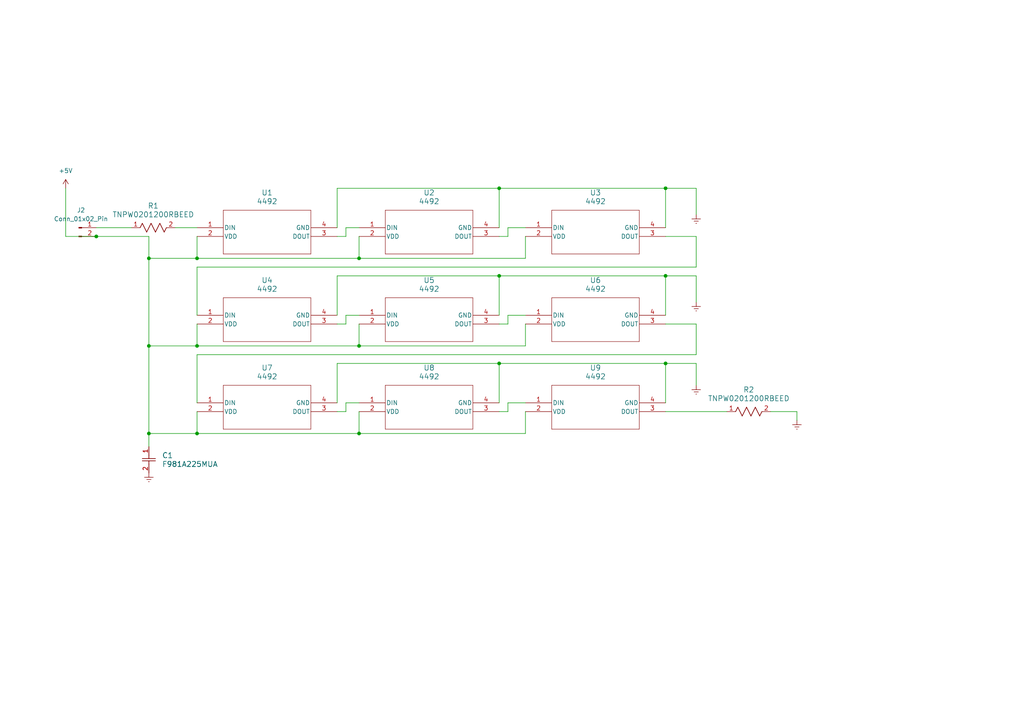
<source format=kicad_sch>
(kicad_sch (version 20230121) (generator eeschema)
  (paper "A4")
  (lib_symbols
    (symbol "4492:4492" (pin_names (offset 0.254))
      (property "Reference" "U" (at 20.32 10.16 0))
      (property "Value" "4492" (at 20.32 7.62 0))
      (symbol "4492_0_1"
        (polyline (pts (xy 7.62 -7.62) (xy 33.02 -7.62)) (stroke (width 0.127)))
        (polyline (pts (xy 7.62 5.08) (xy 7.62 -7.62)) (stroke (width 0.127)))
        (polyline (pts (xy 33.02 -7.62) (xy 33.02 5.08)) (stroke (width 0.127)))
        (polyline (pts (xy 33.02 5.08) (xy 7.62 5.08)) (stroke (width 0.127)))
        (pin unspecified line (at 0 0 0) (length 7.62) (name "DIN") (number "1"))
        (pin unspecified line (at 0 -2.54 0) (length 7.62) (name "VDD") (number "2"))
        (pin unspecified line (at 40.64 -2.54 180) (length 7.62) (name "DOUT") (number "3"))
        (pin unspecified line (at 40.64 0 180) (length 7.62) (name "GND") (number "4"))
      )
    )
    (symbol "Connector:Conn_01x02_Pin" (pin_names (offset 1.016) hide)
      (property "Reference" "J" (at 0 2.54 0))
      (property "Value" "Conn_01x02_Pin" (at 0 -5.08 0))
      (symbol "Conn_01x02_Pin_1_1"
        (polyline (pts (xy 1.27 -2.54) (xy 0.8636 -2.54)) (stroke (width 0.1524)))
        (polyline (pts (xy 1.27 0) (xy 0.8636 0)) (stroke (width 0.1524)))
        (rectangle (start 0.8636 -2.413) (end 0 -2.667) (stroke (width 0.1524)) (fill (type outline)))
        (rectangle (start 0.8636 0.127) (end 0 -0.127) (stroke (width 0.1524)) (fill (type outline)))
        (pin passive line (at 5.08 0 180) (length 3.81) (name "Pin_1") (number "1"))
        (pin passive line (at 5.08 -2.54 180) (length 3.81) (name "Pin_2") (number "2"))
      )
    )
    (symbol "F981A225MUA:F981A225MUA" (pin_names (offset 0.254))
      (property "Reference" "C" (at 3.81 3.81 0))
      (property "Value" "F981A225MUA" (at 3.81 -3.81 0))
      (symbol "F981A225MUA_0_1"
        (polyline (pts (xy 2.54 0) (xy 3.4798 0)) (stroke (width 0.2032)))
        (polyline (pts (xy 3.4798 -1.905) (xy 3.4798 1.905)) (stroke (width 0.2032)))
        (polyline (pts (xy 4.1148 -1.905) (xy 4.1148 1.905)) (stroke (width 0.2032)))
        (polyline (pts (xy 4.1148 0) (xy 5.08 0)) (stroke (width 0.2032)))
        (pin unspecified line (at 0 0 0) (length 2.54) (name "") (number "1"))
        (pin unspecified line (at 7.62 0 180) (length 2.54) (name "") (number "2"))
      )
    )
    (symbol "power:+5V" (power) (pin_names (offset 0))
      (property "Value" "+5V" (at 0 3.556 0))
      (symbol "+5V_0_1"
        (polyline (pts (xy -0.762 1.27) (xy 0 2.54)))
        (polyline (pts (xy 0 0) (xy 0 2.54)))
        (polyline (pts (xy 0 2.54) (xy 0.762 1.27)))
      )
      (symbol "+5V_1_1"
        (pin power_in line (at 0 0 90) (length 0) hide (name "+5V") (number "1"))
      )
    )
    (symbol "power:Earth" (power) (pin_names (offset 0))
      (symbol "Earth_0_1"
        (polyline (pts (xy -0.635 -1.905) (xy 0.635 -1.905)))
        (polyline (pts (xy -0.127 -2.54) (xy 0.127 -2.54)))
        (polyline (pts (xy 0 -1.27) (xy 0 0)))
        (polyline (pts (xy 1.27 -1.27) (xy -1.27 -1.27)))
      )
      (symbol "Earth_1_1"
        (pin power_in line (at 0 0 270) (length 0) hide (name "Earth") (number "1"))
      )
    )
    (symbol "ul_TNPW0201200RBEED:TNPW0201200RBEED" (pin_names (offset 0.254))
      (property "Reference" "R" (at 5.715 3.81 0))
      (property "Value" "TNPW0201200RBEED" (at 6.35 -3.81 0))
      (symbol "TNPW0201200RBEED_1_1"
        (polyline (pts (xy 2.54 0) (xy 3.175 1.27)) (stroke (width 0.2032)))
        (polyline (pts (xy 3.175 1.27) (xy 4.445 -1.27)) (stroke (width 0.2032)))
        (polyline (pts (xy 4.445 -1.27) (xy 5.715 1.27)) (stroke (width 0.2032)))
        (polyline (pts (xy 5.715 1.27) (xy 6.985 -1.27)) (stroke (width 0.2032)))
        (polyline (pts (xy 6.985 -1.27) (xy 8.255 1.27)) (stroke (width 0.2032)))
        (polyline (pts (xy 8.255 1.27) (xy 9.525 -1.27)) (stroke (width 0.2032)))
        (polyline (pts (xy 9.525 -1.27) (xy 10.16 0)) (stroke (width 0.2032)))
        (pin unspecified line (at 0 0 0) (length 2.54) (name "") (number "1"))
        (pin unspecified line (at 12.7 0 180) (length 2.54) (name "") (number "2"))
      )
      (symbol "TNPW0201200RBEED_1_2"
        (polyline (pts (xy -1.27 3.175) (xy 1.27 4.445)) (stroke (width 0.2032)))
        (polyline (pts (xy -1.27 5.715) (xy 1.27 6.985)) (stroke (width 0.2032)))
        (polyline (pts (xy -1.27 8.255) (xy 1.27 9.525)) (stroke (width 0.2032)))
        (polyline (pts (xy 0 2.54) (xy -1.27 3.175)) (stroke (width 0.2032)))
        (polyline (pts (xy 1.27 4.445) (xy -1.27 5.715)) (stroke (width 0.2032)))
        (polyline (pts (xy 1.27 6.985) (xy -1.27 8.255)) (stroke (width 0.2032)))
        (polyline (pts (xy 1.27 9.525) (xy 0 10.16)) (stroke (width 0.2032)))
        (pin unspecified line (at 0 12.7 270) (length 2.54) (name "") (number "1"))
        (pin unspecified line (at 0 0 90) (length 2.54) (name "") (number "2"))
      )
    )
  )
  (junction (at 57.15 125.73))
  (junction (at 43.18 100.33))
  (junction (at 193.04 80.01))
  (junction (at 57.15 74.93))
  (junction (at 193.04 54.61))
  (junction (at 144.78 105.41))
  (junction (at 57.15 100.33))
  (junction (at 104.14 125.73))
  (junction (at 27.94 68.58))
  (junction (at 43.18 125.73))
  (junction (at 104.14 74.93))
  (junction (at 43.18 74.93))
  (junction (at 144.78 80.01))
  (junction (at 104.14 100.33))
  (junction (at 144.78 54.61))
  (junction (at 193.04 105.41))
  (wire (pts (xy 97.79 105.41) (xy 144.78 105.41)))
  (wire (pts (xy 144.78 105.41) (xy 193.04 105.41)))
  (wire (pts (xy 147.32 116.84) (xy 152.4 116.84)))
  (wire (pts (xy 193.04 68.58) (xy 201.93 68.58)))
  (wire (pts (xy 147.32 68.58) (xy 147.32 66.04)))
  (wire (pts (xy 100.33 119.38) (xy 100.33 116.84)))
  (wire (pts (xy 104.14 74.93) (xy 104.14 68.58)))
  (wire (pts (xy 144.78 119.38) (xy 147.32 119.38)))
  (wire (pts (xy 43.18 74.93) (xy 43.18 100.33)))
  (wire (pts (xy 97.79 80.01) (xy 144.78 80.01)))
  (wire (pts (xy 43.18 125.73) (xy 43.18 129.54)))
  (wire (pts (xy 152.4 125.73) (xy 152.4 119.38)))
  (wire (pts (xy 144.78 105.41) (xy 144.78 116.84)))
  (wire (pts (xy 201.93 102.87) (xy 57.15 102.87)))
  (wire (pts (xy 100.33 93.98) (xy 100.33 91.44)))
  (wire (pts (xy 147.32 91.44) (xy 152.4 91.44)))
  (wire (pts (xy 201.93 80.01) (xy 201.93 87.63)))
  (wire (pts (xy 43.18 100.33) (xy 43.18 125.73)))
  (wire (pts (xy 201.93 77.47) (xy 57.15 77.47)))
  (wire (pts (xy 152.4 100.33) (xy 152.4 93.98)))
  (wire (pts (xy 97.79 91.44) (xy 97.79 80.01)))
  (wire (pts (xy 147.32 66.04) (xy 152.4 66.04)))
  (wire (pts (xy 43.18 100.33) (xy 57.15 100.33)))
  (wire (pts (xy 57.15 100.33) (xy 104.14 100.33)))
  (wire (pts (xy 43.18 68.58) (xy 43.18 74.93)))
  (wire (pts (xy 100.33 91.44) (xy 104.14 91.44)))
  (wire (pts (xy 19.05 54.61) (xy 19.05 68.58)))
  (wire (pts (xy 104.14 100.33) (xy 104.14 93.98)))
  (wire (pts (xy 193.04 105.41) (xy 193.04 116.84)))
  (wire (pts (xy 97.79 66.04) (xy 97.79 54.61)))
  (wire (pts (xy 27.94 68.58) (xy 43.18 68.58)))
  (wire (pts (xy 210.82 119.38) (xy 193.04 119.38)))
  (wire (pts (xy 193.04 54.61) (xy 193.04 66.04)))
  (wire (pts (xy 57.15 125.73) (xy 104.14 125.73)))
  (wire (pts (xy 144.78 54.61) (xy 193.04 54.61)))
  (wire (pts (xy 144.78 68.58) (xy 147.32 68.58)))
  (wire (pts (xy 57.15 68.58) (xy 57.15 74.93)))
  (wire (pts (xy 104.14 125.73) (xy 104.14 119.38)))
  (wire (pts (xy 50.8 66.04) (xy 57.15 66.04)))
  (wire (pts (xy 100.33 116.84) (xy 104.14 116.84)))
  (wire (pts (xy 201.93 93.98) (xy 201.93 102.87)))
  (wire (pts (xy 144.78 91.44) (xy 144.78 80.01)))
  (wire (pts (xy 231.14 119.38) (xy 231.14 121.92)))
  (wire (pts (xy 201.93 68.58) (xy 201.93 77.47)))
  (wire (pts (xy 97.79 68.58) (xy 100.33 68.58)))
  (wire (pts (xy 193.04 105.41) (xy 201.93 105.41)))
  (wire (pts (xy 144.78 66.04) (xy 144.78 54.61)))
  (wire (pts (xy 193.04 93.98) (xy 201.93 93.98)))
  (wire (pts (xy 43.18 74.93) (xy 57.15 74.93)))
  (wire (pts (xy 97.79 93.98) (xy 100.33 93.98)))
  (wire (pts (xy 57.15 74.93) (xy 104.14 74.93)))
  (wire (pts (xy 144.78 80.01) (xy 193.04 80.01)))
  (wire (pts (xy 43.18 125.73) (xy 57.15 125.73)))
  (wire (pts (xy 100.33 66.04) (xy 104.14 66.04)))
  (wire (pts (xy 144.78 93.98) (xy 147.32 93.98)))
  (wire (pts (xy 100.33 68.58) (xy 100.33 66.04)))
  (wire (pts (xy 57.15 102.87) (xy 57.15 116.84)))
  (wire (pts (xy 97.79 116.84) (xy 97.79 105.41)))
  (wire (pts (xy 19.05 68.58) (xy 27.94 68.58)))
  (wire (pts (xy 223.52 119.38) (xy 231.14 119.38)))
  (wire (pts (xy 27.94 66.04) (xy 38.1 66.04)))
  (wire (pts (xy 104.14 74.93) (xy 152.4 74.93)))
  (wire (pts (xy 57.15 77.47) (xy 57.15 91.44)))
  (wire (pts (xy 57.15 100.33) (xy 57.15 93.98)))
  (wire (pts (xy 147.32 119.38) (xy 147.32 116.84)))
  (wire (pts (xy 201.93 105.41) (xy 201.93 111.76)))
  (wire (pts (xy 193.04 54.61) (xy 201.93 54.61)))
  (wire (pts (xy 104.14 125.73) (xy 152.4 125.73)))
  (wire (pts (xy 57.15 125.73) (xy 57.15 119.38)))
  (wire (pts (xy 147.32 93.98) (xy 147.32 91.44)))
  (wire (pts (xy 193.04 91.44) (xy 193.04 80.01)))
  (wire (pts (xy 97.79 119.38) (xy 100.33 119.38)))
  (wire (pts (xy 152.4 74.93) (xy 152.4 68.58)))
  (wire (pts (xy 97.79 54.61) (xy 144.78 54.61)))
  (wire (pts (xy 104.14 100.33) (xy 152.4 100.33)))
  (wire (pts (xy 201.93 54.61) (xy 201.93 62.23)))
  (wire (pts (xy 193.04 80.01) (xy 201.93 80.01)))
  (symbol (lib_id "4492:4492") (at 152.4 116.84 0) (unit 1)
    (property "Reference" "U9" (at 172.72 106.68 0) (effects (font (size 1.524 1.524))))
    (property "Value" "4492" (at 172.72 109.22 0) (effects (font (size 1.524 1.524))))
    (property "Footprint" "4492_ADA" (effects hide))
    (property "Datasheet" "4492" (effects hide))
  )
  (symbol (lib_id "4492:4492") (at 104.14 116.84 0) (unit 1)
    (property "Reference" "U8" (at 124.46 106.68 0) (effects (font (size 1.524 1.524))))
    (property "Value" "4492" (at 124.46 109.22 0) (effects (font (size 1.524 1.524))))
    (property "Footprint" "4492_ADA" (effects hide))
    (property "Datasheet" "4492" (effects hide))
  )
  (symbol (lib_id "4492:4492") (at 152.4 91.44 0) (unit 1)
    (property "Reference" "U6" (at 172.72 81.28 0) (effects (font (size 1.524 1.524))))
    (property "Value" "4492" (at 172.72 83.82 0) (effects (font (size 1.524 1.524))))
    (property "Footprint" "4492_ADA" (effects hide))
    (property "Datasheet" "4492" (effects hide))
  )
  (symbol (lib_id "Connector:Conn_01x02_Pin") (at 22.86 66.04 0) (unit 1)
    (property "Reference" "J2" (at 23.495 60.96 0))
    (property "Value" "Conn_01x02_Pin" (at 23.495 63.5 0))
    (property "Footprint" "Connector_PinHeader_2.54mm:PinHeader_1x02_P2.54mm_Vertical" (effects hide))
  )
  (symbol (lib_id "4492:4492") (at 57.15 116.84 0) (unit 1)
    (property "Reference" "U7" (at 77.47 106.68 0) (effects (font (size 1.524 1.524))))
    (property "Value" "4492" (at 77.47 109.22 0) (effects (font (size 1.524 1.524))))
    (property "Footprint" "4492_ADA" (effects hide))
    (property "Datasheet" "4492" (effects hide))
  )
  (symbol (lib_id "power:Earth") (at 231.14 121.92 0) (unit 1)
    (property "Reference" "#PWR02" (effects hide))
    (property "Value" "Earth" (effects hide))
  )
  (symbol (lib_id "ul_TNPW0201200RBEED:TNPW0201200RBEED") (at 210.82 119.38 0) (unit 1)
    (property "Reference" "R2" (at 217.17 113.03 0) (effects (font (size 1.524 1.524))))
    (property "Value" "TNPW0201200RBEED" (at 217.17 115.57 0) (effects (font (size 1.524 1.524))))
    (property "Footprint" "RES_TNPW0201_VIS" (effects hide))
    (property "Datasheet" "TNPW0201200RBEED" (effects hide))
  )
  (symbol (lib_id "4492:4492") (at 57.15 91.44 0) (unit 1)
    (property "Reference" "U4" (at 77.47 81.28 0) (effects (font (size 1.524 1.524))))
    (property "Value" "4492" (at 77.47 83.82 0) (effects (font (size 1.524 1.524))))
    (property "Footprint" "4492_ADA" (effects hide))
    (property "Datasheet" "4492" (effects hide))
  )
  (symbol (lib_id "power:Earth") (at 201.93 62.23 0) (unit 1)
    (property "Reference" "#PWR05" (effects hide))
    (property "Value" "Earth" (effects hide))
  )
  (symbol (lib_id "F981A225MUA:F981A225MUA") (at 43.18 129.54 270) (unit 1)
    (property "Reference" "C1" (at 46.99 132.08 90) (effects (font (size 1.524 1.524)) (justify left)))
    (property "Value" "F981A225MUA" (at 46.99 134.62 90) (effects (font (size 1.524 1.524)) (justify left)))
    (property "Footprint" "CAP_A225MUA_AVX" (effects hide))
    (property "Datasheet" "F981A225MUA" (effects hide))
  )
  (symbol (lib_id "power:Earth") (at 201.93 87.63 0) (unit 1)
    (property "Reference" "#PWR03" (effects hide))
    (property "Value" "Earth" (effects hide))
  )
  (symbol (lib_id "4492:4492") (at 57.15 66.04 0) (unit 1)
    (property "Reference" "U1" (at 77.47 55.88 0) (effects (font (size 1.524 1.524))))
    (property "Value" "4492" (at 77.47 58.42 0) (effects (font (size 1.524 1.524))))
    (property "Footprint" "4492_ADA" (effects hide))
    (property "Datasheet" "4492" (effects hide))
  )
  (symbol (lib_id "4492:4492") (at 104.14 91.44 0) (unit 1)
    (property "Reference" "U5" (at 124.46 81.28 0) (effects (font (size 1.524 1.524))))
    (property "Value" "4492" (at 124.46 83.82 0) (effects (font (size 1.524 1.524))))
    (property "Footprint" "4492_ADA" (effects hide))
    (property "Datasheet" "4492" (effects hide))
  )
  (symbol (lib_id "power:Earth") (at 43.18 137.16 0) (unit 1)
    (property "Reference" "#PWR01" (effects hide))
    (property "Value" "Earth" (effects hide))
  )
  (symbol (lib_id "power:Earth") (at 201.93 111.76 0) (unit 1)
    (property "Reference" "#PWR04" (effects hide))
    (property "Value" "Earth" (effects hide))
  )
  (symbol (lib_id "4492:4492") (at 104.14 66.04 0) (unit 1)
    (property "Reference" "U2" (at 124.46 55.88 0) (effects (font (size 1.524 1.524))))
    (property "Value" "4492" (at 124.46 58.42 0) (effects (font (size 1.524 1.524))))
    (property "Footprint" "4492_ADA" (effects hide))
    (property "Datasheet" "4492" (effects hide))
  )
  (symbol (lib_id "ul_TNPW0201200RBEED:TNPW0201200RBEED") (at 38.1 66.04 0) (unit 1)
    (property "Reference" "R1" (at 44.45 59.69 0) (effects (font (size 1.524 1.524))))
    (property "Value" "TNPW0201200RBEED" (at 44.45 62.23 0) (effects (font (size 1.524 1.524))))
    (property "Footprint" "RES_TNPW0201_VIS" (effects hide))
    (property "Datasheet" "TNPW0201200RBEED" (effects hide))
  )
  (symbol (lib_id "power:+5V") (at 19.05 54.61 0) (unit 1)
    (property "Reference" "#PWR06" (effects hide))
    (property "Value" "+5V" (at 19.05 49.53 0))
  )
  (symbol (lib_id "4492:4492") (at 152.4 66.04 0) (unit 1)
    (property "Reference" "U3" (at 172.72 55.88 0) (effects (font (size 1.524 1.524))))
    (property "Value" "4492" (at 172.72 58.42 0) (effects (font (size 1.524 1.524))))
    (property "Footprint" "4492_ADA" (effects hide))
    (property "Datasheet" "4492" (effects hide))
  )
)
</source>
